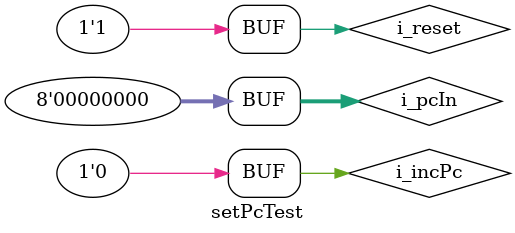
<source format=v>
`timescale 1ns / 1ps


module setPcTest;

	// Inputs
	reg i_reset;
	reg i_incPc;
	reg [7:0] i_pcIn;

	// Outputs
	wire [7:0] o_pcOut;

	// Instantiate the Unit Under Test (UUT)
	setPc uut (
		.i_reset(i_reset), 
		.i_incPc(i_incPc), 
		.i_pcIn(i_pcIn), 
		.o_pcOut(o_pcOut)
	);

	initial begin
		// Initialize Inputs
		i_reset = 0;
		i_incPc = 0;
		i_pcIn = 0;

		// Wait 100 ns for global reset to finish
		#100;
        
		// Add stimulus here
		i_reset = 1;
		i_incPc = 0;
		i_pcIn = 0;
		
		#10
		i_reset = 1;
		i_incPc = 1;
		i_pcIn = i_pcIn;

#10
		i_reset = 1;
		i_incPc = 0;
		i_pcIn = i_pcIn;
#10
		i_reset = 1;
		i_incPc = 1;
		i_pcIn = i_pcIn;
#10
		i_reset = 1;
		i_incPc = 0;
		i_pcIn = i_pcIn;
#10
		i_reset = 1;
		i_incPc = 1;
		i_pcIn = i_pcIn;
#10
		i_reset = 1;
		i_incPc = 0;
		i_pcIn = i_pcIn;
#10
		i_reset = 1;
		i_incPc = 1;
		i_pcIn = i_pcIn;
#10
		i_reset = 1;
		i_incPc = 0;
		i_pcIn = i_pcIn;
		

	end
      
endmodule


</source>
